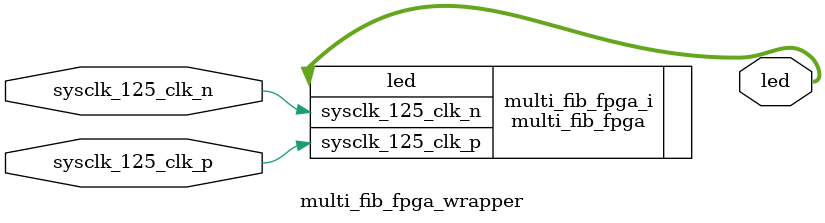
<source format=v>
`timescale 1 ps / 1 ps

module multi_fib_fpga_wrapper
   (led,
    sysclk_125_clk_n,
    sysclk_125_clk_p);
  output [7:0]led;
  input sysclk_125_clk_n;
  input sysclk_125_clk_p;

  wire [7:0]led;
  wire sysclk_125_clk_n;
  wire sysclk_125_clk_p;

  multi_fib_fpga multi_fib_fpga_i
       (.led(led),
        .sysclk_125_clk_n(sysclk_125_clk_n),
        .sysclk_125_clk_p(sysclk_125_clk_p));
endmodule

</source>
